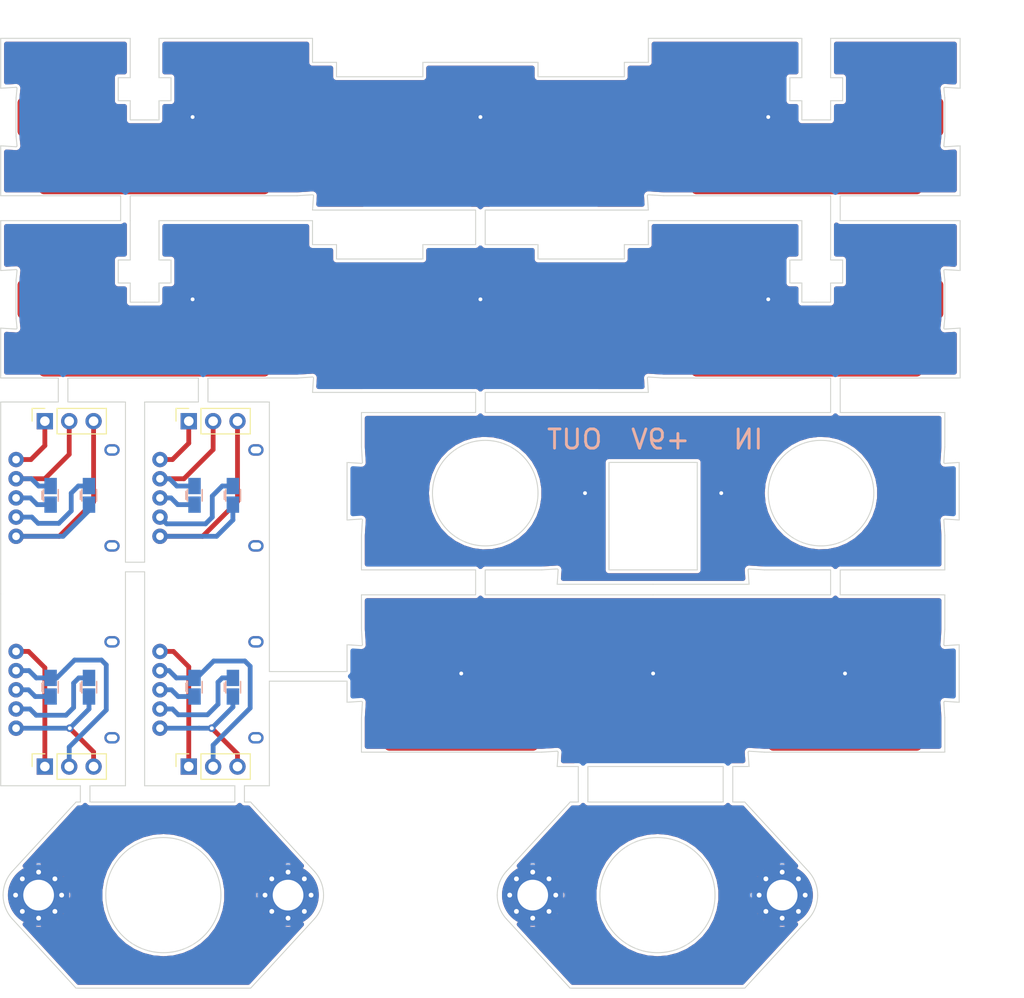
<source format=kicad_pcb>
(kicad_pcb (version 20171130) (host pcbnew "(5.1.6)-1")
  (layers (0 F.Cu signal) (31 B.Cu signal) (34 B.Paste user) (35 F.Paste user) (36 B.SilkS user) (37 F.SilkS user) (38 B.Mask user) (39 F.Mask user) (44 Edge.Cuts user))
  (net 0 "")
  (net 1 GND)
  (module MountingHole:MountingHole_3.2mm_M3_Pad_Via (layer F.Cu) (at 29.95 89.3 270)
    (fp_text reference * hide)
    (fp_text value M hide)
    (pad 1 thru_hole circle (at 1.697056 -1.697056 270) (size 0.8 0.8) (drill 0.5) (layers *.Cu *.Mask) (net 1 GND))
    (pad 1 thru_hole circle (at 0 -2.4 270) (size 0.8 0.8) (drill 0.5) (layers *.Cu *.Mask) (net 1 GND))
    (pad 1 thru_hole circle (at -1.697056 -1.697056 270) (size 0.8 0.8) (drill 0.5) (layers *.Cu *.Mask) (net 1 GND))
    (pad 1 thru_hole circle (at -2.4 0 270) (size 0.8 0.8) (drill 0.5) (layers *.Cu *.Mask) (net 1 GND))
    (pad 1 thru_hole circle (at -1.697056 1.697056 270) (size 0.8 0.8) (drill 0.5) (layers *.Cu *.Mask) (net 1 GND))
    (pad 1 thru_hole circle (at 0 2.4 270) (size 0.8 0.8) (drill 0.5) (layers *.Cu *.Mask) (net 1 GND))
    (pad 1 thru_hole circle (at 1.697056 1.697056 270) (size 0.8 0.8) (drill 0.5) (layers *.Cu *.Mask) (net 1 GND))
    (pad 1 thru_hole circle (at 2.4 0 270) (size 0.8 0.8) (drill 0.5) (layers *.Cu *.Mask) (net 1 GND))
    (pad 1 thru_hole circle (at 0 0 270) (size 6.4 6.4) (drill 3.2) (layers *.Cu *.Mask) (net 1 GND))
  )
  (module MountingHole:MountingHole_3.2mm_M3_Pad_Via (layer F.Cu) (at 3.95 89.3 270)
    (fp_text reference * hide)
    (fp_text value M hide)
    (pad 1 thru_hole circle (at 0 0 270) (size 6.4 6.4) (drill 3.2) (layers *.Cu *.Mask) (net 1 GND))
    (pad 1 thru_hole circle (at 2.4 0 270) (size 0.8 0.8) (drill 0.5) (layers *.Cu *.Mask) (net 1 GND))
    (pad 1 thru_hole circle (at 1.697056 1.697056 270) (size 0.8 0.8) (drill 0.5) (layers *.Cu *.Mask) (net 1 GND))
    (pad 1 thru_hole circle (at 0 2.4 270) (size 0.8 0.8) (drill 0.5) (layers *.Cu *.Mask) (net 1 GND))
    (pad 1 thru_hole circle (at -1.697056 1.697056 270) (size 0.8 0.8) (drill 0.5) (layers *.Cu *.Mask) (net 1 GND))
    (pad 1 thru_hole circle (at -2.4 0 270) (size 0.8 0.8) (drill 0.5) (layers *.Cu *.Mask) (net 1 GND))
    (pad 1 thru_hole circle (at -1.697056 -1.697056 270) (size 0.8 0.8) (drill 0.5) (layers *.Cu *.Mask) (net 1 GND))
    (pad 1 thru_hole circle (at 0 -2.4 270) (size 0.8 0.8) (drill 0.5) (layers *.Cu *.Mask) (net 1 GND))
    (pad 1 thru_hole circle (at 1.697056 -1.697056 270) (size 0.8 0.8) (drill 0.5) (layers *.Cu *.Mask) (net 1 GND))
  )
  (module myFoot:my_Jump-2012M (layer B.Cu) (at 20.2 67.63 270)
    (fp_text reference R hide)
    (fp_text value r hide)
    (pad 2 smd rect (at 0.97 0 270) (size 1.7 1.3) (layers B.Cu B.Paste B.Mask))
    (pad 1 smd rect (at -0.97 0 270) (size 1.7 1.3) (layers B.Cu B.Paste B.Mask))
  )
  (module myFoot:my_Jump-2012M (layer B.Cu) (at 20.2 47.63 270)
    (fp_text reference R hide)
    (fp_text value r hide)
    (pad 1 smd rect (at -0.97 0 270) (size 1.7 1.3) (layers B.Cu B.Paste B.Mask))
    (pad 2 smd rect (at 0.97 0 270) (size 1.7 1.3) (layers B.Cu B.Paste B.Mask))
  )
  (module myFoot:my_Jump-2012M (layer B.Cu) (at 24.2 47.63 270)
    (fp_text reference R hide)
    (fp_text value r hide)
    (pad 2 smd rect (at 0.97 0 270) (size 1.7 1.3) (layers B.Cu B.Paste B.Mask))
    (pad 1 smd rect (at -0.97 0 270) (size 1.7 1.3) (layers B.Cu B.Paste B.Mask))
  )
  (module myFoot:my_Jump-2012M (layer B.Cu) (at 24.2 67.63 270)
    (fp_text reference R hide)
    (fp_text value r hide)
    (pad 1 smd rect (at -0.97 0 270) (size 1.7 1.3) (layers B.Cu B.Paste B.Mask))
    (pad 2 smd rect (at 0.97 0 270) (size 1.7 1.3) (layers B.Cu B.Paste B.Mask))
  )
  (module Connector_PinSocket_2.54mm:PinSocket_1x03_P2.54mm_Vertical (layer F.Cu) (at 19.6 75.9 90)
    (fp_text reference RV3 hide)
    (fp_text value 50kB)
    (pad 1 thru_hole rect (at 0 0 90) (size 1.7 1.7) (drill 1) (layers *.Cu *.Mask))
    (pad 2 thru_hole oval (at 0 2.54 90) (size 1.7 1.7) (drill 1) (layers *.Cu *.Mask))
    (pad 3 thru_hole oval (at 0 5.08 90) (size 1.7 1.7) (drill 1) (layers *.Cu *.Mask))
  )
  (module Connector_PinSocket_2.54mm:PinSocket_1x03_P2.54mm_Vertical (layer F.Cu) (at 19.6 39.9 90)
    (fp_text reference RV1 hide)
    (fp_text value 50kB)
    (pad 1 thru_hole rect (at 0 0 90) (size 1.7 1.7) (drill 1) (layers *.Cu *.Mask))
    (pad 2 thru_hole oval (at 0 2.54 90) (size 1.7 1.7) (drill 1) (layers *.Cu *.Mask))
    (pad 3 thru_hole oval (at 0 5.08 90) (size 1.7 1.7) (drill 1) (layers *.Cu *.Mask))
  )
  (module myFoot:my_Pot_disk_dual (layer F.Cu) (at 24.1 47.9 270)
    (fp_text reference r hide)
    (fp_text value my_Pot_disk_dual)
    (pad 3 thru_hole circle (at 4 7.5 270) (size 1.6 1.6) (drill 0.8) (layers *.Cu *.Mask))
    (pad 2 thru_hole circle (at 2 7.5 270) (size 1.6 1.6) (drill 0.8) (layers *.Cu *.Mask))
    (pad 1 thru_hole circle (at 0 7.5 270) (size 1.6 1.6) (drill 0.8) (layers *.Cu *.Mask))
    (pad 5 thru_hole circle (at -4 7.5 270) (size 1.6 1.6) (drill 0.8) (layers *.Cu *.Mask))
    (pad 4 thru_hole circle (at -2 7.5 270) (size 1.6 1.6) (drill 0.8) (layers *.Cu *.Mask))
    (pad "" thru_hole oval (at 5 -2.5 270) (size 1.2 1.6) (drill oval 0.7 1.1) (layers *.Cu *.Mask))
    (pad "" thru_hole oval (at -5 -2.5 270) (size 1.2 1.6) (drill oval 0.7 1.1) (layers *.Cu *.Mask))
  )
  (module myFoot:my_Pot_disk_dual (layer F.Cu) (at 24.1 67.9 270)
    (fp_text reference r hide)
    (fp_text value my_Pot_disk_dual)
    (pad "" thru_hole oval (at -5 -2.5 270) (size 1.2 1.6) (drill oval 0.7 1.1) (layers *.Cu *.Mask))
    (pad "" thru_hole oval (at 5 -2.5 270) (size 1.2 1.6) (drill oval 0.7 1.1) (layers *.Cu *.Mask))
    (pad 4 thru_hole circle (at -2 7.5 270) (size 1.6 1.6) (drill 0.8) (layers *.Cu *.Mask))
    (pad 5 thru_hole circle (at -4 7.5 270) (size 1.6 1.6) (drill 0.8) (layers *.Cu *.Mask))
    (pad 1 thru_hole circle (at 0 7.5 270) (size 1.6 1.6) (drill 0.8) (layers *.Cu *.Mask))
    (pad 2 thru_hole circle (at 2 7.5 270) (size 1.6 1.6) (drill 0.8) (layers *.Cu *.Mask))
    (pad 3 thru_hole circle (at 4 7.5 270) (size 1.6 1.6) (drill 0.8) (layers *.Cu *.Mask))
  )
  (module myFoot:my_Jump-2012M (layer B.Cu) (at 9.2 67.63 270)
    (fp_text reference R hide)
    (fp_text value r hide)
    (pad 2 smd rect (at 0.97 0 270) (size 1.7 1.3) (layers B.Cu B.Paste B.Mask))
    (pad 1 smd rect (at -0.97 0 270) (size 1.7 1.3) (layers B.Cu B.Paste B.Mask))
  )
  (module myFoot:my_Jump-2012M (layer B.Cu) (at 5.2 67.63 270)
    (fp_text reference R hide)
    (fp_text value r hide)
    (pad 1 smd rect (at -0.97 0 270) (size 1.7 1.3) (layers B.Cu B.Paste B.Mask))
    (pad 2 smd rect (at 0.97 0 270) (size 1.7 1.3) (layers B.Cu B.Paste B.Mask))
  )
  (module myFoot:my_Jump-2012M (layer B.Cu) (at 5.2 47.63 270)
    (fp_text reference R hide)
    (fp_text value r hide)
    (pad 2 smd rect (at 0.97 0 270) (size 1.7 1.3) (layers B.Cu B.Paste B.Mask))
    (pad 1 smd rect (at -0.97 0 270) (size 1.7 1.3) (layers B.Cu B.Paste B.Mask))
  )
  (module myFoot:my_Jump-2012M (layer B.Cu) (at 9.2 47.63 270)
    (fp_text reference R hide)
    (fp_text value r hide)
    (pad 1 smd rect (at -0.97 0 270) (size 1.7 1.3) (layers B.Cu B.Paste B.Mask))
    (pad 2 smd rect (at 0.97 0 270) (size 1.7 1.3) (layers B.Cu B.Paste B.Mask))
  )
  (module myFoot:my_TestPoint_2mm (layer F.Cu) (at 48 72.05 270)
    (fp_text reference * hide)
    (fp_text value t hide)
    (pad 1 smd roundrect (at 1.2 0 270) (size 2 16) (layers F.Cu F.Mask) (net 1 GND))
  )
  (module myFoot:my_TestPoint_2mm (layer F.Cu) (at 68 72.4 270)
    (fp_text reference * hide)
    (fp_text value t hide)
    (pad 1 smd roundrect (at 1.2 0 270) (size 2 16) (layers F.Cu F.Mask) (net 1 GND))
  )
  (module myFoot:my_TestPoint_2mm (layer F.Cu) (at 88 72.05 270)
    (fp_text reference * hide)
    (fp_text value t hide)
    (pad 1 smd roundrect (at 1.2 0 270) (size 2 16) (layers F.Cu F.Mask) (net 1 GND))
  )
  (module myFoot:my_TestPoint_2mm (layer F.Cu) (at 38.4 66.2 270)
    (fp_text reference * hide)
    (fp_text value t hide)
    (pad 1 smd roundrect (at 0 0 270) (size 4 2) (layers F.Cu F.Mask) (net 1 GND))
  )
  (module myFoot:my_TestPoint_2mm (layer F.Cu) (at 97.6 66.2 270)
    (fp_text reference * hide)
    (fp_text value t hide)
    (pad 1 smd roundrect (at 0 0 270) (size 4 2) (layers F.Cu F.Mask) (net 1 GND))
  )
  (module myFoot:my_TestPoint_2mm (layer F.Cu) (at 38.4 47.2 270)
    (fp_text reference * hide)
    (fp_text value t hide)
    (pad 1 smd roundrect (at 0 0 270) (size 4 2) (layers F.Cu F.Mask) (net 1 GND))
  )
  (module myFoot:my_TestPoint_2mm (layer F.Cu) (at 97.6 47.2 270)
    (fp_text reference * hide)
    (fp_text value t hide)
    (pad 1 smd roundrect (at 0 0 270) (size 4 2) (layers F.Cu F.Mask) (net 1 GND))
  )
  (module myFoot:my_TestPoint_2mm (layer F.Cu) (at 2.75 27.2 270)
    (fp_text reference * hide)
    (fp_text value t hide)
    (pad 1 smd roundrect (at 0 0 270) (size 4 2) (layers F.Cu F.Mask) (net 1 GND))
  )
  (module myFoot:my_TestPoint_2mm (layer F.Cu) (at 50 33.4 270)
    (fp_text reference * hide)
    (fp_text value t hide)
    (pad 1 smd roundrect (at 1.2 0 270) (size 2 24) (layers F.Cu F.Mask) (net 1 GND))
  )
  (module myFoot:my_TestPoint_2mm (layer F.Cu) (at 97.25 27.2 270)
    (fp_text reference * hide)
    (fp_text value t hide)
    (pad 1 smd roundrect (at 0 0 270) (size 4 2) (layers F.Cu F.Mask) (net 1 GND))
  )
  (module myFoot:my_TestPoint_2mm (layer F.Cu) (at 84 35.4 270)
    (fp_text reference * hide)
    (fp_text value t hide)
    (pad 1 smd roundrect (at -1.15 0 270) (size 2 24) (layers F.Cu F.Mask) (net 1 GND))
  )
  (module myFoot:my_TestPoint_2mm (layer F.Cu) (at 16 35.4 270)
    (fp_text reference * hide)
    (fp_text value t hide)
    (pad 1 smd roundrect (at -1.15 0 270) (size 2 24) (layers F.Cu F.Mask) (net 1 GND))
  )
  (module myFoot:my_TestPoint_2mm (layer F.Cu) (at 16 16.4 270)
    (fp_text reference * hide)
    (fp_text value t hide)
    (pad 1 smd roundrect (at -1.15 0 270) (size 2 24) (layers F.Cu F.Mask) (net 1 GND))
  )
  (module myFoot:my_TestPoint_2mm (layer F.Cu) (at 84 16.4 270)
    (fp_text reference * hide)
    (fp_text value t hide)
    (pad 1 smd roundrect (at -1.15 0 270) (size 2 24) (layers F.Cu F.Mask) (net 1 GND))
  )
  (module myFoot:my_TestPoint_2mm (layer F.Cu) (at 2.75 8.2 270)
    (fp_text reference * hide)
    (fp_text value t hide)
    (pad 1 smd roundrect (at 0 0 270) (size 4 2) (layers F.Cu F.Mask) (net 1 GND))
  )
  (module myFoot:my_TestPoint_2mm (layer F.Cu) (at 50 14.4 270)
    (fp_text reference * hide)
    (fp_text value t hide)
    (pad 1 smd roundrect (at 1.2 0 270) (size 2 24) (layers F.Cu F.Mask) (net 1 GND))
  )
  (module myFoot:my_TestPoint_2mm (layer F.Cu) (at 97.25 8.2 270)
    (fp_text reference * hide)
    (fp_text value t hide)
    (pad 1 smd roundrect (at 0 0 270) (size 4 2) (layers F.Cu F.Mask) (net 1 GND))
  )
  (module MountingHole:MountingHole_3.2mm_M3_Pad_Via (layer F.Cu) (at 81.45 89.3 270)
    (fp_text reference * hide)
    (fp_text value M hide)
    (pad 1 thru_hole circle (at 0 0 270) (size 6.4 6.4) (drill 3.2) (layers *.Cu *.Mask) (net 1 GND))
    (pad 1 thru_hole circle (at 2.4 0 270) (size 0.8 0.8) (drill 0.5) (layers *.Cu *.Mask) (net 1 GND))
    (pad 1 thru_hole circle (at 1.697056 1.697056 270) (size 0.8 0.8) (drill 0.5) (layers *.Cu *.Mask) (net 1 GND))
    (pad 1 thru_hole circle (at 0 2.4 270) (size 0.8 0.8) (drill 0.5) (layers *.Cu *.Mask) (net 1 GND))
    (pad 1 thru_hole circle (at -1.697056 1.697056 270) (size 0.8 0.8) (drill 0.5) (layers *.Cu *.Mask) (net 1 GND))
    (pad 1 thru_hole circle (at -2.4 0 270) (size 0.8 0.8) (drill 0.5) (layers *.Cu *.Mask) (net 1 GND))
    (pad 1 thru_hole circle (at -1.697056 -1.697056 270) (size 0.8 0.8) (drill 0.5) (layers *.Cu *.Mask) (net 1 GND))
    (pad 1 thru_hole circle (at 0 -2.4 270) (size 0.8 0.8) (drill 0.5) (layers *.Cu *.Mask) (net 1 GND))
    (pad 1 thru_hole circle (at 1.697056 -1.697056 270) (size 0.8 0.8) (drill 0.5) (layers *.Cu *.Mask) (net 1 GND))
  )
  (module MountingHole:MountingHole_3.2mm_M3_Pad_Via (layer F.Cu) (at 55.45 89.3 270)
    (fp_text reference * hide)
    (fp_text value M hide)
    (pad 1 thru_hole circle (at 1.697056 -1.697056 270) (size 0.8 0.8) (drill 0.5) (layers *.Cu *.Mask) (net 1 GND))
    (pad 1 thru_hole circle (at 0 -2.4 270) (size 0.8 0.8) (drill 0.5) (layers *.Cu *.Mask) (net 1 GND))
    (pad 1 thru_hole circle (at -1.697056 -1.697056 270) (size 0.8 0.8) (drill 0.5) (layers *.Cu *.Mask) (net 1 GND))
    (pad 1 thru_hole circle (at -2.4 0 270) (size 0.8 0.8) (drill 0.5) (layers *.Cu *.Mask) (net 1 GND))
    (pad 1 thru_hole circle (at -1.697056 1.697056 270) (size 0.8 0.8) (drill 0.5) (layers *.Cu *.Mask) (net 1 GND))
    (pad 1 thru_hole circle (at 0 2.4 270) (size 0.8 0.8) (drill 0.5) (layers *.Cu *.Mask) (net 1 GND))
    (pad 1 thru_hole circle (at 1.697056 1.697056 270) (size 0.8 0.8) (drill 0.5) (layers *.Cu *.Mask) (net 1 GND))
    (pad 1 thru_hole circle (at 2.4 0 270) (size 0.8 0.8) (drill 0.5) (layers *.Cu *.Mask) (net 1 GND))
    (pad 1 thru_hole circle (at 0 0 270) (size 6.4 6.4) (drill 3.2) (layers *.Cu *.Mask) (net 1 GND))
  )
  (module myFoot:my_Pot_disk_dual (layer F.Cu) (at 9.1 67.9 270)
    (fp_text reference r hide)
    (fp_text value my_Pot_disk_dual)
    (pad 3 thru_hole circle (at 4 7.5 270) (size 1.6 1.6) (drill 0.8) (layers *.Cu *.Mask))
    (pad 2 thru_hole circle (at 2 7.5 270) (size 1.6 1.6) (drill 0.8) (layers *.Cu *.Mask))
    (pad 1 thru_hole circle (at 0 7.5 270) (size 1.6 1.6) (drill 0.8) (layers *.Cu *.Mask))
    (pad 5 thru_hole circle (at -4 7.5 270) (size 1.6 1.6) (drill 0.8) (layers *.Cu *.Mask))
    (pad 4 thru_hole circle (at -2 7.5 270) (size 1.6 1.6) (drill 0.8) (layers *.Cu *.Mask))
    (pad "" thru_hole oval (at 5 -2.5 270) (size 1.2 1.6) (drill oval 0.7 1.1) (layers *.Cu *.Mask))
    (pad "" thru_hole oval (at -5 -2.5 270) (size 1.2 1.6) (drill oval 0.7 1.1) (layers *.Cu *.Mask))
  )
  (module myFoot:my_Pot_disk_dual (layer F.Cu) (at 9.1 47.9 270)
    (fp_text reference r hide)
    (fp_text value my_Pot_disk_dual)
    (pad "" thru_hole oval (at -5 -2.5 270) (size 1.2 1.6) (drill oval 0.7 1.1) (layers *.Cu *.Mask))
    (pad "" thru_hole oval (at 5 -2.5 270) (size 1.2 1.6) (drill oval 0.7 1.1) (layers *.Cu *.Mask))
    (pad 4 thru_hole circle (at -2 7.5 270) (size 1.6 1.6) (drill 0.8) (layers *.Cu *.Mask))
    (pad 5 thru_hole circle (at -4 7.5 270) (size 1.6 1.6) (drill 0.8) (layers *.Cu *.Mask))
    (pad 1 thru_hole circle (at 0 7.5 270) (size 1.6 1.6) (drill 0.8) (layers *.Cu *.Mask))
    (pad 2 thru_hole circle (at 2 7.5 270) (size 1.6 1.6) (drill 0.8) (layers *.Cu *.Mask))
    (pad 3 thru_hole circle (at 4 7.5 270) (size 1.6 1.6) (drill 0.8) (layers *.Cu *.Mask))
  )
  (module Connector_PinSocket_2.54mm:PinSocket_1x03_P2.54mm_Vertical (layer F.Cu) (at 4.6 39.9 90)
    (fp_text reference RV1 hide)
    (fp_text value 50kB)
    (pad 3 thru_hole oval (at 0 5.08 90) (size 1.7 1.7) (drill 1) (layers *.Cu *.Mask))
    (pad 2 thru_hole oval (at 0 2.54 90) (size 1.7 1.7) (drill 1) (layers *.Cu *.Mask))
    (pad 1 thru_hole rect (at 0 0 90) (size 1.7 1.7) (drill 1) (layers *.Cu *.Mask))
  )
  (module Connector_PinSocket_2.54mm:PinSocket_1x03_P2.54mm_Vertical (layer F.Cu) (at 4.6 75.9 90)
    (fp_text reference RV3 hide)
    (fp_text value 50kB)
    (pad 3 thru_hole oval (at 0 5.08 90) (size 1.7 1.7) (drill 1) (layers *.Cu *.Mask))
    (pad 2 thru_hole oval (at 0 2.54 90) (size 1.7 1.7) (drill 1) (layers *.Cu *.Mask))
    (pad 1 thru_hole rect (at 0 0 90) (size 1.7 1.7) (drill 1) (layers *.Cu *.Mask))
  )
  (gr_line (start 56 21.5) (end 50.5 21.5) (layer Edge.Cuts) (width 0.1))
  (gr_line (start 56 23) (end 56 21.5) (layer Edge.Cuts) (width 0.1))
  (gr_line (start 65 23) (end 56 23) (layer Edge.Cuts) (width 0.1))
  (gr_line (start 65 21.5) (end 65 23) (layer Edge.Cuts) (width 0.1))
  (gr_line (start 44 21.5) (end 49.5 21.5) (layer Edge.Cuts) (width 0.1))
  (gr_line (start 44 23) (end 44 21.5) (layer Edge.Cuts) (width 0.1))
  (gr_line (start 35 23) (end 44 23) (layer Edge.Cuts) (width 0.1))
  (gr_line (start 35 21.5) (end 35 23) (layer Edge.Cuts) (width 0.1))
  (gr_line (start 56 2.5) (end 44 2.5) (layer Edge.Cuts) (width 0.1))
  (gr_line (start 56 4) (end 56 2.5) (layer Edge.Cuts) (width 0.1))
  (gr_line (start 65 4) (end 56 4) (layer Edge.Cuts) (width 0.1))
  (gr_line (start 65 2.5) (end 65 4) (layer Edge.Cuts) (width 0.1))
  (gr_line (start 67.5 2.5) (end 65 2.5) (layer Edge.Cuts) (width 0.1))
  (gr_line (start 44 4) (end 44 2.5) (layer Edge.Cuts) (width 0.1))
  (gr_line (start 35 4) (end 44 4) (layer Edge.Cuts) (width 0.1))
  (gr_line (start 35 2.5) (end 35 4) (layer Edge.Cuts) (width 0.1))
  (gr_line (start 17.75 25.5) (end 16.5 25.5) (layer Edge.Cuts) (width 0.1))
  (gr_line (start 13.5 25.5) (end 12.25 25.5) (layer Edge.Cuts) (width 0.1))
  (gr_line (start 16.5 23.1) (end 17.75 23.1) (layer Edge.Cuts) (width 0.1))
  (gr_line (start 17.75 23.1) (end 17.75 25.5) (layer Edge.Cuts) (width 0.1))
  (gr_line (start 12.25 25.5) (end 12.25 23.1) (layer Edge.Cuts) (width 0.1))
  (gr_line (start 12.25 23.1) (end 13.5 23.1) (layer Edge.Cuts) (width 0.1))
  (gr_line (start 13.5 6.5) (end 12.25 6.5) (layer Edge.Cuts) (width 0.1))
  (gr_line (start 16.5 4.1) (end 17.75 4.1) (layer Edge.Cuts) (width 0.1))
  (gr_line (start 17.75 6.5) (end 16.5 6.5) (layer Edge.Cuts) (width 0.1))
  (gr_line (start 12.25 6.5) (end 12.25 4.1) (layer Edge.Cuts) (width 0.1))
  (gr_line (start 12.25 4.1) (end 13.5 4.1) (layer Edge.Cuts) (width 0.1))
  (gr_line (start 17.75 4.1) (end 17.75 6.5) (layer Edge.Cuts) (width 0.1))
  (gr_line (start 83.5 6.5) (end 82.25 6.5) (layer Edge.Cuts) (width 0.1))
  (gr_line (start 86.5 4.1) (end 87.75 4.1) (layer Edge.Cuts) (width 0.1))
  (gr_line (start 82.25 6.5) (end 82.25 4.1) (layer Edge.Cuts) (width 0.1))
  (gr_line (start 87.75 6.5) (end 86.5 6.5) (layer Edge.Cuts) (width 0.1))
  (gr_line (start 82.25 4.1) (end 83.5 4.1) (layer Edge.Cuts) (width 0.1))
  (gr_line (start 87.75 4.1) (end 87.75 6.5) (layer Edge.Cuts) (width 0.1))
  (gr_line (start 86.5 39) (end 50.5 39) (layer Edge.Cuts) (width 0.1))
  (gr_line (start 50.5 36.9) (end 67.5 36.9) (layer Edge.Cuts) (width 0.1))
  (gr_line (start 86.5 35.4) (end 69.1 35.4) (layer Edge.Cuts) (width 0.1))
  (gr_line (start 98.4 58) (end 87.5 58) (layer Edge.Cuts) (width 0.1))
  (gr_line (start 87.5 55.4) (end 98.4 55.4) (layer Edge.Cuts) (width 0.1))
  (gr_line (start 50.5 58) (end 68 58) (layer Edge.Cuts) (width 0.1))
  (gr_line (start 56.4 55.4) (end 50.5 55.4) (layer Edge.Cuts) (width 0.1))
  (gr_line (start 75.3 75.9) (end 61.2 75.9) (layer Edge.Cuts) (width 0.1))
  (gr_line (start 36.1 67) (end 36.1 69.2) (layer Edge.Cuts) (width 0.1))
  (gr_line (start 9.3 77.9) (end 13 77.9) (layer Edge.Cuts) (width 0.1))
  (gr_line (start 28 77.9) (end 25.4 77.9) (layer Edge.Cuts) (width 0.1))
  (gr_line (start 7 37.9) (end 13 37.9) (layer Edge.Cuts) (width 0.1))
  (gr_line (start 21.6 37.9) (end 28 37.9) (layer Edge.Cuts) (width 0.1))
  (gr_line (start 28 66) (end 36.1 66) (layer Edge.Cuts) (width 0.1))
  (gr_line (start 28 67) (end 28 77.9) (layer Edge.Cuts) (width 0.1))
  (gr_line (start 36.1 67) (end 28 67) (layer Edge.Cuts) (width 0.1))
  (gr_line (start 15 55.6) (end 13 55.6) (layer Edge.Cuts) (width 0.1))
  (gr_line (start 13 77.9) (end 13 55.6) (layer Edge.Cuts) (width 0.1))
  (gr_line (start 13 54.6) (end 15 54.6) (layer Edge.Cuts) (width 0.1))
  (gr_line (start 21.6 35.4) (end 21.6 37.9) (layer Edge.Cuts) (width 0.1))
  (gr_line (start 30.9 35.4) (end 21.6 35.4) (layer Edge.Cuts) (width 0.1))
  (gr_line (start 20.6 37.9) (end 20.6 35.4) (layer Edge.Cuts) (width 0.1))
  (gr_line (start 7 35.4) (end 7 37.9) (layer Edge.Cuts) (width 0.1))
  (gr_line (start 20.6 35.4) (end 7 35.4) (layer Edge.Cuts) (width 0.1))
  (gr_line (start 6 37.9) (end 6 35.4) (layer Edge.Cuts) (width 0.1))
  (gr_line (start 24.4 79.6) (end 24.4 77.9) (layer Edge.Cuts) (width 0.1))
  (gr_line (start 25.4 79.6) (end 26.05 79.6) (layer Edge.Cuts) (width 0.1))
  (gr_line (start 25.4 77.9) (end 25.4 79.6) (layer Edge.Cuts) (width 0.1))
  (gr_line (start 9.3 79.6) (end 9.3 77.9) (layer Edge.Cuts) (width 0.1))
  (gr_line (start 24.4 79.6) (end 9.3 79.6) (layer Edge.Cuts) (width 0.1))
  (gr_line (start 8.3 77.9) (end 8.3 79.6) (layer Edge.Cuts) (width 0.1))
  (gr_line (start 75.3 79.6) (end 75.3 75.9) (layer Edge.Cuts) (width 0.1))
  (gr_line (start 76.3 79.6) (end 77.55 79.6) (layer Edge.Cuts) (width 0.1))
  (gr_line (start 76.3 75.9) (end 76.3 79.6) (layer Edge.Cuts) (width 0.1))
  (gr_line (start 61.2 79.6) (end 61.2 75.9) (layer Edge.Cuts) (width 0.1))
  (gr_line (start 75.3 79.6) (end 61.2 79.6) (layer Edge.Cuts) (width 0.1))
  (gr_line (start 60.2 75.9) (end 60.2 79.6) (layer Edge.Cuts) (width 0.1))
  (gr_line (start 49.5 55.4) (end 49.5 58) (layer Edge.Cuts) (width 0.1))
  (gr_line (start 50.5 55.4) (end 50.5 58) (layer Edge.Cuts) (width 0.1))
  (gr_line (start 86.5 55.4) (end 86.5 58) (layer Edge.Cuts) (width 0.1))
  (gr_line (start 87.5 55.4) (end 87.5 58) (layer Edge.Cuts) (width 0.1))
  (gr_line (start 87.5 35.4) (end 87.5 39) (layer Edge.Cuts) (width 0.1))
  (gr_line (start 86.5 35.4) (end 86.5 39) (layer Edge.Cuts) (width 0.1))
  (gr_line (start 50.5 36.9) (end 50.5 39) (layer Edge.Cuts) (width 0.1))
  (gr_line (start 49.5 36.9) (end 49.5 39) (layer Edge.Cuts) (width 0.1))
  (gr_line (start 50.5 21.5) (end 50.5 17.9) (layer Edge.Cuts) (width 0.1))
  (gr_line (start 67.5 21.5) (end 65 21.5) (layer Edge.Cuts) (width 0.1))
  (gr_line (start 49.5 17.9) (end 49.5 21.5) (layer Edge.Cuts) (width 0.1))
  (gr_line (start 50.5 17.9) (end 67.5 17.9) (layer Edge.Cuts) (width 0.1))
  (gr_line (start 87.5 16.4) (end 87.5 19) (layer Edge.Cuts) (width 0.1))
  (gr_line (start 100 16.4) (end 87.5 16.4) (layer Edge.Cuts) (width 0.1))
  (gr_line (start 86.5 19) (end 86.5 16.4) (layer Edge.Cuts) (width 0.1))
  (gr_line (start 12.5 16.4) (end 0 16.4) (layer Edge.Cuts) (width 0.1))
  (gr_line (start 12.5 16.4) (end 12.5 19) (layer Edge.Cuts) (width 0.1))
  (gr_line (start 13.5 19) (end 13.5 16.4) (layer Edge.Cuts) (width 0.1))
  (gr_circle (center 16.95 89.3) (end 17.05 83.3) (layer Edge.Cuts) (width 0.1))
  (gr_arc (start 3.949998 89.3) (end 1.19003 86.835743) (angle -41.76029929) (layer Edge.Cuts) (width 0.1))
  (gr_line (start 1.19003 86.835743) (end 7.85 79.6) (layer Edge.Cuts) (width 0.1))
  (gr_arc (start 29.95 89.3) (end 33.65 89.3) (angle -41.7602997) (layer Edge.Cuts) (width 0.1))
  (gr_line (start 7.85 79.6) (end 8.3 79.6) (layer Edge.Cuts) (width 0.1))
  (gr_line (start 32.70997 91.764257) (end 26.05 99) (layer Edge.Cuts) (width 0.1))
  (gr_line (start 32.709969 86.835742) (end 26.05 79.6) (layer Edge.Cuts) (width 0.1))
  (gr_arc (start 29.950002 89.3) (end 32.70997 91.764257) (angle -41.76029929) (layer Edge.Cuts) (width 0.1))
  (gr_arc (start 3.95 89.3) (end 0.25 89.3) (angle -41.7602997) (layer Edge.Cuts) (width 0.1))
  (gr_line (start 1.190031 91.764258) (end 7.85 99) (layer Edge.Cuts) (width 0.1))
  (gr_line (start 7.85 99) (end 26.05 99) (layer Edge.Cuts) (width 0.1))
  (gr_line (start 15 37.9) (end 20.6 37.9) (layer Edge.Cuts) (width 0.1))
  (gr_line (start 24.4 77.9) (end 15 77.9) (layer Edge.Cuts) (width 0.1))
  (gr_line (start 15 54.6) (end 15 37.9) (layer Edge.Cuts) (width 0.1))
  (gr_line (start 28 37.9) (end 28 66) (layer Edge.Cuts) (width 0.1))
  (gr_line (start 15 77.9) (end 15 55.6) (layer Edge.Cuts) (width 0.1))
  (gr_line (start 0 77.9) (end 0 57.9) (layer Edge.Cuts) (width 0.1))
  (gr_line (start 8.3 77.9) (end 0 77.9) (layer Edge.Cuts) (width 0.1))
  (gr_line (start 13 37.9) (end 13 54.6) (layer Edge.Cuts) (width 0.1))
  (gr_line (start 0 37.9) (end 6 37.9) (layer Edge.Cuts) (width 0.1))
  (gr_line (start 0 57.9) (end 0 37.9) (layer Edge.Cuts) (width 0.1))
  (gr_line (start 78 74.3) (end 79.6 74.4) (layer Edge.Cuts) (width 0.1))
  (gr_line (start 60.2 75.9) (end 58 75.9) (layer Edge.Cuts) (width 0.1))
  (gr_arc (start 58 74.4) (end 58.1 74.4) (angle -90) (layer Edge.Cuts) (width 0.1))
  (gr_line (start 36.1 66) (end 36.1 63.2) (layer Edge.Cuts) (width 0.1))
  (gr_line (start 58 75.9) (end 58.1 74.4) (layer Edge.Cuts) (width 0.1))
  (gr_arc (start 78 74.4) (end 78 74.3) (angle -90) (layer Edge.Cuts) (width 0.1))
  (gr_line (start 76.3 75.9) (end 78 75.9) (layer Edge.Cuts) (width 0.1))
  (gr_line (start 58 74.3) (end 56.4 74.4) (layer Edge.Cuts) (width 0.1))
  (gr_line (start 37.6 74.4) (end 37.6 70.8) (layer Edge.Cuts) (width 0.1))
  (gr_line (start 77.9 74.4) (end 78 75.9) (layer Edge.Cuts) (width 0.1))
  (gr_line (start 37.7 69.2) (end 37.6 70.8) (layer Edge.Cuts) (width 0.1))
  (gr_line (start 99.9 63.2) (end 99.9 69.2) (layer Edge.Cuts) (width 0.1))
  (gr_line (start 37.6 61.6) (end 37.6 58) (layer Edge.Cuts) (width 0.1))
  (gr_line (start 98.4 58) (end 98.4 61.6) (layer Edge.Cuts) (width 0.1))
  (gr_line (start 37.7 63.2) (end 37.6 61.6) (layer Edge.Cuts) (width 0.1))
  (gr_line (start 98.3 63.2) (end 98.4 61.6) (layer Edge.Cuts) (width 0.1))
  (gr_line (start 37.6 69.1) (end 36.1 69.2) (layer Edge.Cuts) (width 0.1))
  (gr_arc (start 98.4 63.2) (end 98.3 63.2) (angle -90) (layer Edge.Cuts) (width 0.1))
  (gr_line (start 98.4 70.8) (end 98.4 74.4) (layer Edge.Cuts) (width 0.1))
  (gr_line (start 36.1 63.2) (end 37.6 63.3) (layer Edge.Cuts) (width 0.1))
  (gr_line (start 98.3 69.2) (end 98.4 70.8) (layer Edge.Cuts) (width 0.1))
  (gr_line (start 98.4 63.3) (end 99.9 63.2) (layer Edge.Cuts) (width 0.1))
  (gr_arc (start 98.4 69.2) (end 98.4 69.1) (angle -90) (layer Edge.Cuts) (width 0.1))
  (gr_arc (start 37.6 63.2) (end 37.6 63.3) (angle -90) (layer Edge.Cuts) (width 0.1))
  (gr_line (start 99.9 69.2) (end 98.4 69.1) (layer Edge.Cuts) (width 0.1))
  (gr_line (start 37.6 74.4) (end 56.4 74.4) (layer Edge.Cuts) (width 0.1))
  (gr_line (start 68 58) (end 86.5 58) (layer Edge.Cuts) (width 0.1))
  (gr_line (start 98.4 74.4) (end 79.6 74.4) (layer Edge.Cuts) (width 0.1))
  (gr_line (start 49.5 58) (end 37.6 58) (layer Edge.Cuts) (width 0.1))
  (gr_arc (start 37.6 69.2) (end 37.7 69.2) (angle -90) (layer Edge.Cuts) (width 0.1))
  (gr_line (start 77.9 55.4) (end 78 56.9) (layer Edge.Cuts) (width 0.1))
  (gr_line (start 78 55.3) (end 79.6 55.4) (layer Edge.Cuts) (width 0.1))
  (gr_arc (start 78 55.4) (end 78 55.3) (angle -90) (layer Edge.Cuts) (width 0.1))
  (gr_line (start 72.6 55.4) (end 63.4 55.4) (layer Edge.Cuts) (width 0.1))
  (gr_line (start 58 55.3) (end 56.4 55.4) (layer Edge.Cuts) (width 0.1))
  (gr_arc (start 58 55.4) (end 58.1 55.4) (angle -90) (layer Edge.Cuts) (width 0.1))
  (gr_line (start 58 56.9) (end 58.1 55.4) (layer Edge.Cuts) (width 0.1))
  (gr_line (start 68 56.9) (end 58 56.9) (layer Edge.Cuts) (width 0.1))
  (gr_line (start 68 56.9) (end 78 56.9) (layer Edge.Cuts) (width 0.1))
  (gr_line (start 36.1 50.2) (end 36.1 44.2) (layer Edge.Cuts) (width 0.1))
  (gr_line (start 37.6 55.4) (end 37.6 51.8) (layer Edge.Cuts) (width 0.1))
  (gr_line (start 37.7 50.2) (end 37.6 51.8) (layer Edge.Cuts) (width 0.1))
  (gr_arc (start 37.6 50.2) (end 37.7 50.2) (angle -90) (layer Edge.Cuts) (width 0.1))
  (gr_line (start 37.6 42.6) (end 37.6 39) (layer Edge.Cuts) (width 0.1))
  (gr_line (start 37.7 44.2) (end 37.6 42.6) (layer Edge.Cuts) (width 0.1))
  (gr_line (start 37.6 50.1) (end 36.1 50.2) (layer Edge.Cuts) (width 0.1))
  (gr_arc (start 37.6 44.2) (end 37.6 44.3) (angle -90) (layer Edge.Cuts) (width 0.1))
  (gr_line (start 36.1 44.2) (end 37.6 44.3) (layer Edge.Cuts) (width 0.1))
  (gr_line (start 98.3 50.2) (end 98.4 51.8) (layer Edge.Cuts) (width 0.1))
  (gr_arc (start 98.4 50.2) (end 98.4 50.1) (angle -90) (layer Edge.Cuts) (width 0.1))
  (gr_line (start 98.3 44.2) (end 98.4 42.6) (layer Edge.Cuts) (width 0.1))
  (gr_arc (start 98.4 44.2) (end 98.3 44.2) (angle -90) (layer Edge.Cuts) (width 0.1))
  (gr_line (start 98.4 51.8) (end 98.4 55.4) (layer Edge.Cuts) (width 0.1))
  (gr_line (start 99.9 50.2) (end 98.4 50.1) (layer Edge.Cuts) (width 0.1))
  (gr_line (start 99.9 44.2) (end 99.9 50.2) (layer Edge.Cuts) (width 0.1))
  (gr_line (start 98.4 44.3) (end 99.9 44.2) (layer Edge.Cuts) (width 0.1))
  (gr_line (start 98.4 39) (end 98.4 42.6) (layer Edge.Cuts) (width 0.1))
  (gr_line (start 35 21.5) (end 32.5 21.5) (layer Edge.Cuts) (width 0.1))
  (gr_line (start 100 30.2) (end 100 35.4) (layer Edge.Cuts) (width 0.1))
  (gr_line (start 98.4 30.3) (end 100 30.2) (layer Edge.Cuts) (width 0.1))
  (gr_line (start 67.5 19) (end 67.5 21.5) (layer Edge.Cuts) (width 0.1))
  (gr_line (start 98.4 25.2) (end 98.4 29.2) (layer Edge.Cuts) (width 0.1))
  (gr_line (start 0 30.2) (end 0 35.4) (layer Edge.Cuts) (width 0.1))
  (gr_line (start 0 24.2) (end 1.6 24.1) (layer Edge.Cuts) (width 0.1))
  (gr_line (start 1.6 30.3) (end 0 30.2) (layer Edge.Cuts) (width 0.1))
  (gr_line (start 1.6 25.2) (end 1.6 29.2) (layer Edge.Cuts) (width 0.1))
  (gr_line (start 100 19) (end 87.5 19) (layer Edge.Cuts) (width 0.1))
  (gr_line (start 100 19) (end 100 24.2) (layer Edge.Cuts) (width 0.1))
  (gr_line (start 0 19) (end 0 24.2) (layer Edge.Cuts) (width 0.1))
  (gr_line (start 12.5 19) (end 0 19) (layer Edge.Cuts) (width 0.1))
  (gr_line (start 67.4 35.4) (end 67.5 36.9) (layer Edge.Cuts) (width 0.1))
  (gr_line (start 100 35.4) (end 87.5 35.4) (layer Edge.Cuts) (width 0.1))
  (gr_line (start 83.5 23.1) (end 83.5 19) (layer Edge.Cuts) (width 0.1))
  (gr_line (start 82.25 25.5) (end 82.25 23.1) (layer Edge.Cuts) (width 0.1))
  (gr_line (start 87.75 23.1) (end 87.75 25.5) (layer Edge.Cuts) (width 0.1))
  (gr_line (start 13.5 23.1) (end 13.5 19) (layer Edge.Cuts) (width 0.1))
  (gr_line (start 16.5 25.5) (end 16.5 27.5) (layer Edge.Cuts) (width 0.1))
  (gr_line (start 13.5 25.5) (end 13.5 27.5) (layer Edge.Cuts) (width 0.1))
  (gr_line (start 82.25 23.1) (end 83.5 23.1) (layer Edge.Cuts) (width 0.1))
  (gr_line (start 86.5 23.1) (end 86.5 19) (layer Edge.Cuts) (width 0.1))
  (gr_line (start 85 27.5) (end 86.5 27.5) (layer Edge.Cuts) (width 0.1))
  (gr_line (start 85 27.5) (end 83.5 27.5) (layer Edge.Cuts) (width 0.1))
  (gr_line (start 15 27.5) (end 16.5 27.5) (layer Edge.Cuts) (width 0.1))
  (gr_line (start 83.5 25.5) (end 83.5 27.5) (layer Edge.Cuts) (width 0.1))
  (gr_line (start 16.5 23.1) (end 16.5 19) (layer Edge.Cuts) (width 0.1))
  (gr_line (start 15 27.5) (end 13.5 27.5) (layer Edge.Cuts) (width 0.1))
  (gr_line (start 87.75 25.5) (end 86.5 25.5) (layer Edge.Cuts) (width 0.1))
  (gr_arc (start 67.5 35.4) (end 67.5 35.3) (angle -90) (layer Edge.Cuts) (width 0.1))
  (gr_line (start 98.3 24.2) (end 98.4 25.2) (layer Edge.Cuts) (width 0.1))
  (gr_line (start 98.3 30.2) (end 98.4 29.2) (layer Edge.Cuts) (width 0.1))
  (gr_line (start 1.7 24.2) (end 1.6 25.2) (layer Edge.Cuts) (width 0.1))
  (gr_arc (start 1.6 30.2) (end 1.6 30.3) (angle -90) (layer Edge.Cuts) (width 0.1))
  (gr_line (start 67.5 35.3) (end 69.1 35.4) (layer Edge.Cuts) (width 0.1))
  (gr_line (start 32.5 35.3) (end 30.9 35.4) (layer Edge.Cuts) (width 0.1))
  (gr_line (start 32.6 35.4) (end 32.5 36.9) (layer Edge.Cuts) (width 0.1))
  (gr_line (start 98.4 24.1) (end 100 24.2) (layer Edge.Cuts) (width 0.1))
  (gr_line (start 32.5 21.5) (end 32.5 19) (layer Edge.Cuts) (width 0.1))
  (gr_arc (start 98.4 30.2) (end 98.3 30.2) (angle -90) (layer Edge.Cuts) (width 0.1))
  (gr_line (start 32.5 36.9) (end 49.5 36.9) (layer Edge.Cuts) (width 0.1))
  (gr_arc (start 98.4 24.2) (end 98.4 24.1) (angle -90) (layer Edge.Cuts) (width 0.1))
  (gr_line (start 1.7 30.2) (end 1.6 29.2) (layer Edge.Cuts) (width 0.1))
  (gr_line (start 6 35.4) (end 0 35.4) (layer Edge.Cuts) (width 0.1))
  (gr_arc (start 32.5 35.4) (end 32.6 35.4) (angle -90) (layer Edge.Cuts) (width 0.1))
  (gr_arc (start 1.6 24.2) (end 1.7 24.2) (angle -90) (layer Edge.Cuts) (width 0.1))
  (gr_line (start 83.5 19) (end 67.5 19) (layer Edge.Cuts) (width 0.1))
  (gr_line (start 32.5 19) (end 16.5 19) (layer Edge.Cuts) (width 0.1))
  (gr_line (start 86.5 23.1) (end 87.75 23.1) (layer Edge.Cuts) (width 0.1))
  (gr_line (start 86.5 25.5) (end 86.5 27.5) (layer Edge.Cuts) (width 0.1))
  (gr_line (start 83.5 25.5) (end 82.25 25.5) (layer Edge.Cuts) (width 0.1))
  (gr_line (start 32.5 0) (end 16.5 0) (layer Edge.Cuts) (width 0.1))
  (gr_line (start 83.5 0) (end 67.5 0) (layer Edge.Cuts) (width 0.1))
  (gr_line (start 86.5 6.5) (end 86.5 8.5) (layer Edge.Cuts) (width 0.1))
  (gr_line (start 83.5 6.5) (end 83.5 8.5) (layer Edge.Cuts) (width 0.1))
  (gr_line (start 85 8.5) (end 83.5 8.5) (layer Edge.Cuts) (width 0.1))
  (gr_line (start 86.5 4.1) (end 86.5 0) (layer Edge.Cuts) (width 0.1))
  (gr_line (start 83.5 4.1) (end 83.5 0) (layer Edge.Cuts) (width 0.1))
  (gr_line (start 85 8.5) (end 86.5 8.5) (layer Edge.Cuts) (width 0.1))
  (gr_line (start 13.5 6.5) (end 13.5 8.5) (layer Edge.Cuts) (width 0.1))
  (gr_line (start 16.5 6.5) (end 16.5 8.5) (layer Edge.Cuts) (width 0.1))
  (gr_line (start 13.5 4.1) (end 13.5 0) (layer Edge.Cuts) (width 0.1))
  (gr_line (start 15 8.5) (end 13.5 8.5) (layer Edge.Cuts) (width 0.1))
  (gr_line (start 16.5 4.1) (end 16.5 0) (layer Edge.Cuts) (width 0.1))
  (gr_line (start 15 8.5) (end 16.5 8.5) (layer Edge.Cuts) (width 0.1))
  (gr_line (start 98.3 5.2) (end 98.4 6.2) (layer Edge.Cuts) (width 0.1))
  (gr_line (start 98.4 5.1) (end 100 5.2) (layer Edge.Cuts) (width 0.1))
  (gr_arc (start 98.4 5.2) (end 98.4 5.1) (angle -90) (layer Edge.Cuts) (width 0.1))
  (gr_line (start 98.3 11.2) (end 98.4 10.2) (layer Edge.Cuts) (width 0.1))
  (gr_arc (start 98.4 11.2) (end 98.3 11.2) (angle -90) (layer Edge.Cuts) (width 0.1))
  (gr_line (start 67.5 16.3) (end 69.1 16.4) (layer Edge.Cuts) (width 0.1))
  (gr_arc (start 67.5 16.4) (end 67.5 16.3) (angle -90) (layer Edge.Cuts) (width 0.1))
  (gr_line (start 30.9 16.4) (end 13.5 16.4) (layer Edge.Cuts) (width 0.1))
  (gr_line (start 32.6 16.4) (end 32.5 17.9) (layer Edge.Cuts) (width 0.1))
  (gr_line (start 32.5 16.3) (end 30.9 16.4) (layer Edge.Cuts) (width 0.1))
  (gr_arc (start 32.5 16.4) (end 32.6 16.4) (angle -90) (layer Edge.Cuts) (width 0.1))
  (gr_line (start 1.7 11.2) (end 1.6 10.2) (layer Edge.Cuts) (width 0.1))
  (gr_arc (start 1.6 11.2) (end 1.6 11.3) (angle -90) (layer Edge.Cuts) (width 0.1))
  (gr_line (start 1.7 5.2) (end 1.6 6.2) (layer Edge.Cuts) (width 0.1))
  (gr_arc (start 1.6 5.2) (end 1.7 5.2) (angle -90) (layer Edge.Cuts) (width 0.1))
  (gr_line (start 59.35 99) (end 77.55 99) (layer Edge.Cuts) (width 0.1))
  (gr_line (start 32.5 17.9) (end 49.5 17.9) (layer Edge.Cuts) (width 0.1))
  (gr_line (start 32.5 2.5) (end 32.5 0) (layer Edge.Cuts) (width 0.1))
  (gr_line (start 35 2.5) (end 32.5 2.5) (layer Edge.Cuts) (width 0.1))
  (gr_line (start 67.5 0) (end 67.5 2.5) (layer Edge.Cuts) (width 0.1))
  (gr_line (start 0 11.2) (end 0 16.4) (layer Edge.Cuts) (width 0.1))
  (gr_line (start 1.6 11.3) (end 0 11.2) (layer Edge.Cuts) (width 0.1))
  (gr_line (start 1.6 6.2) (end 1.6 10.2) (layer Edge.Cuts) (width 0.1))
  (gr_line (start 0 5.2) (end 1.6 5.1) (layer Edge.Cuts) (width 0.1))
  (gr_line (start 100 11.2) (end 100 16.4) (layer Edge.Cuts) (width 0.1))
  (gr_line (start 98.4 11.3) (end 100 11.2) (layer Edge.Cuts) (width 0.1))
  (gr_line (start 98.4 6.2) (end 98.4 10.2) (layer Edge.Cuts) (width 0.1))
  (gr_text "IN   +9V  OUT" (at 68.2 41.8) (layer B.SilkS) (effects (font (size 2 2) (thickness 0.3)) (justify mirror)))
  (gr_line (start 59.35 79.6) (end 60.2 79.6) (layer Edge.Cuts) (width 0.1))
  (gr_line (start 52.69003 86.835743) (end 59.35 79.6) (layer Edge.Cuts) (width 0.1))
  (gr_arc (start 55.449998 89.3) (end 52.69003 86.835743) (angle -41.76029929) (layer Edge.Cuts) (width 0.1))
  (gr_line (start 52.690031 91.764258) (end 59.35 99) (layer Edge.Cuts) (width 0.1))
  (gr_arc (start 55.45 89.3) (end 51.75 89.3) (angle -41.7602997) (layer Edge.Cuts) (width 0.1))
  (gr_line (start 84.20997 91.764257) (end 77.55 99) (layer Edge.Cuts) (width 0.1))
  (gr_arc (start 81.450002 89.3) (end 84.20997 91.764257) (angle -41.76029929) (layer Edge.Cuts) (width 0.1))
  (gr_line (start 84.209969 86.835742) (end 77.55 79.6) (layer Edge.Cuts) (width 0.1))
  (gr_arc (start 81.45 89.3) (end 85.15 89.3) (angle -41.7602997) (layer Edge.Cuts) (width 0.1))
  (gr_circle (center 68.45 89.3) (end 68.55 83.3) (layer Edge.Cuts) (width 0.1))
  (gr_circle (center 50.5 47.4) (end 50.5 41.9) (layer Edge.Cuts) (width 0.1))
  (gr_circle (center 85.5 47.4) (end 85.5 41.9) (layer Edge.Cuts) (width 0.1))
  (gr_line (start 63.4 44.2) (end 63.4 55.4) (layer Edge.Cuts) (width 0.1))
  (gr_line (start 72.6 44.2) (end 63.4 44.2) (layer Edge.Cuts) (width 0.1))
  (gr_line (start 72.6 55.4) (end 72.6 44.2) (layer Edge.Cuts) (width 0.1))
  (gr_line (start 86.5 55.4) (end 79.6 55.4) (layer Edge.Cuts) (width 0.1))
  (gr_line (start 87.5 39) (end 98.4 39) (layer Edge.Cuts) (width 0.1))
  (gr_line (start 49.5 39) (end 37.6 39) (layer Edge.Cuts) (width 0.1))
  (gr_line (start 37.6 55.4) (end 49.5 55.4) (layer Edge.Cuts) (width 0.1))
  (gr_line (start 67.4 16.4) (end 67.5 17.9) (layer Edge.Cuts) (width 0.1))
  (gr_line (start 13.5 0) (end 0 0) (layer Edge.Cuts) (width 0.1))
  (gr_line (start 86.5 16.4) (end 69.1 16.4) (layer Edge.Cuts) (width 0.1))
  (gr_line (start 0 0) (end 0 5.2) (layer Edge.Cuts) (width 0.1))
  (gr_line (start 100 0) (end 86.5 0) (layer Edge.Cuts) (width 0.1))
  (gr_line (start 100 0) (end 100 5.2) (layer Edge.Cuts) (width 0.1))
  (segment (start 1.6 43.9) (end 3.15 43.9) (width 0.5) (layer F.Cu) (net 0))
  (segment (start 4.6 42.45) (end 4.6 39.9) (width 0.5) (layer F.Cu) (net 0))
  (segment (start 3.15 43.9) (end 4.6 42.45) (width 0.5) (layer F.Cu) (net 0))
  (segment (start 9.68 39.9) (end 9.68 48.32) (width 0.5) (layer F.Cu) (net 0))
  (segment (start 6.1 51.9) (end 1.6 51.9) (width 0.5) (layer F.Cu) (net 0))
  (segment (start 9.68 48.32) (end 6.1 51.9) (width 0.5) (layer F.Cu) (net 0))
  (segment (start 16.6 43.9) (end 17.9 43.9) (width 0.5) (layer F.Cu) (net 0))
  (segment (start 19.6 42.2) (end 19.6 39.9) (width 0.5) (layer F.Cu) (net 0))
  (segment (start 17.9 43.9) (end 19.6 42.2) (width 0.5) (layer F.Cu) (net 0))
  (segment (start 24.68 39.9) (end 24.68 48.27) (width 0.5) (layer F.Cu) (net 0))
  (segment (start 21.05 51.9) (end 16.6 51.9) (width 0.5) (layer F.Cu) (net 0))
  (segment (start 24.68 48.27) (end 21.05 51.9) (width 0.5) (layer F.Cu) (net 0))
  (segment (start 1.6 47.9) (end 3.1 47.9) (width 0.5) (layer B.Cu) (net 0))
  (segment (start 3.8 48.6) (end 5.2 48.6) (width 0.5) (layer B.Cu) (net 0))
  (segment (start 3.1 47.9) (end 3.8 48.6) (width 0.5) (layer B.Cu) (net 0))
  (segment (start 1.6 49.9) (end 3.25 49.9) (width 0.5) (layer B.Cu) (net 0))
  (segment (start 3.25 49.9) (end 3.9 50.55) (width 0.5) (layer B.Cu) (net 0))
  (segment (start 3.9 50.55) (end 6.05 50.55) (width 0.5) (layer B.Cu) (net 0))
  (segment (start 6.05 50.55) (end 7.35 49.25) (width 0.5) (layer B.Cu) (net 0))
  (segment (start 7.35 49.25) (end 7.35 47.4) (width 0.5) (layer B.Cu) (net 0))
  (segment (start 8.09 46.66) (end 9.2 46.66) (width 0.5) (layer B.Cu) (net 0))
  (segment (start 7.35 47.4) (end 8.09 46.66) (width 0.5) (layer B.Cu) (net 0))
  (segment (start 9.2 48.6) (end 9.2 49.2) (width 0.5) (layer B.Cu) (net 0))
  (segment (start 6.5 51.9) (end 1.6 51.9) (width 0.5) (layer B.Cu) (net 0))
  (segment (start 9.2 49.2) (end 6.5 51.9) (width 0.5) (layer B.Cu) (net 0))
  (segment (start 16.6 51.9) (end 22.5 51.9) (width 0.5) (layer B.Cu) (net 0))
  (segment (start 24.2 50.2) (end 24.2 48.6) (width 0.5) (layer B.Cu) (net 0))
  (segment (start 22.5 51.9) (end 24.2 50.2) (width 0.5) (layer B.Cu) (net 0))
  (segment (start 24.2 46.66) (end 23.09 46.66) (width 0.5) (layer B.Cu) (net 0))
  (segment (start 23.09 46.66) (end 22.05 47.7) (width 0.5) (layer B.Cu) (net 0))
  (segment (start 22.05 47.7) (end 22.05 49.9) (width 0.5) (layer B.Cu) (net 0))
  (segment (start 22.05 49.9) (end 21.35 50.6) (width 0.5) (layer B.Cu) (net 0))
  (segment (start 17.3 50.6) (end 16.6 49.9) (width 0.5) (layer B.Cu) (net 0))
  (segment (start 21.35 50.6) (end 17.3 50.6) (width 0.5) (layer B.Cu) (net 0))
  (segment (start 16.6 45.9) (end 17.6 45.9) (width 0.5) (layer B.Cu) (net 0))
  (segment (start 18.36 46.66) (end 20.2 46.66) (width 0.5) (layer B.Cu) (net 0))
  (segment (start 17.6 45.9) (end 18.36 46.66) (width 0.5) (layer B.Cu) (net 0))
  (segment (start 16.6 47.9) (end 17.75 47.9) (width 0.5) (layer B.Cu) (net 0))
  (segment (start 18.45 48.6) (end 20.2 48.6) (width 0.5) (layer B.Cu) (net 0))
  (segment (start 17.75 47.9) (end 18.45 48.6) (width 0.5) (layer B.Cu) (net 0))
  (segment (start 1.6 45.9) (end 3.2 45.9) (width 0.5) (layer B.Cu) (net 0))
  (segment (start 3.96 46.66) (end 5.2 46.66) (width 0.5) (layer B.Cu) (net 0))
  (segment (start 3.2 45.9) (end 3.96 46.66) (width 0.5) (layer B.Cu) (net 0))
  (segment (start 16.6 63.9) (end 18 63.9) (width 0.5) (layer F.Cu) (net 0))
  (segment (start 19.6 65.5) (end 19.6 75.9) (width 0.5) (layer F.Cu) (net 0))
  (segment (start 18 63.9) (end 19.6 65.5) (width 0.5) (layer F.Cu) (net 0))
  (segment (start 16.6 71.9) (end 20.68 71.9) (width 0.5) (layer B.Cu) (net 0))
  (segment (start 16.6 65.9) (end 17.55 65.9) (width 0.5) (layer B.Cu) (net 0))
  (segment (start 18.31 66.66) (end 20.2 66.66) (width 0.5) (layer B.Cu) (net 0))
  (segment (start 17.55 65.9) (end 18.31 66.66) (width 0.5) (layer B.Cu) (net 0))
  (segment (start 16.6 67.9) (end 17.8 67.9) (width 0.5) (layer B.Cu) (net 0))
  (segment (start 18.5 68.6) (end 20.2 68.6) (width 0.5) (layer B.Cu) (net 0))
  (segment (start 17.8 67.9) (end 18.5 68.6) (width 0.5) (layer B.Cu) (net 0))
  (segment (start 24.2 68.6) (end 24.2 69.7) (width 0.5) (layer B.Cu) (net 0))
  (segment (start 22 71.9) (end 20.68 71.9) (width 0.5) (layer B.Cu) (net 0))
  (segment (start 24.2 69.7) (end 22 71.9) (width 0.5) (layer B.Cu) (net 0))
  (segment (start 21.65 65.45) (end 22.2 64.9) (width 0.5) (layer B.Cu) (net 0))
  (segment (start 22.2 64.9) (end 25.45 64.9) (width 0.5) (layer B.Cu) (net 0))
  (segment (start 25.45 64.9) (end 26 65.45) (width 0.5) (layer B.Cu) (net 0))
  (segment (start 26 65.45) (end 26 69.8) (width 0.5) (layer B.Cu) (net 0))
  (segment (start 22.14 73.66) (end 22.14 75.9) (width 0.5) (layer B.Cu) (net 0))
  (segment (start 26 69.8) (end 22.14 73.66) (width 0.5) (layer B.Cu) (net 0))
  (segment (start 16.6 69.9) (end 17.9 69.9) (width 0.5) (layer B.Cu) (net 0))
  (segment (start 17.9 69.9) (end 18.5 70.5) (width 0.5) (layer B.Cu) (net 0))
  (segment (start 18.5 70.5) (end 21.55 70.5) (width 0.5) (layer B.Cu) (net 0))
  (segment (start 21.55 70.5) (end 22.65 69.4) (width 0.5) (layer B.Cu) (net 0))
  (segment (start 22.65 69.4) (end 22.65 67.1) (width 0.5) (layer B.Cu) (net 0))
  (segment (start 23.09 66.66) (end 24.2 66.66) (width 0.5) (layer B.Cu) (net 0))
  (segment (start 22.65 67.1) (end 23.09 66.66) (width 0.5) (layer B.Cu) (net 0))
  (segment (start 24.68 75.9) (end 24.68 74.58) (width 0.5) (layer F.Cu) (net 0))
  (via (at 22 71.9) (size 0.8) (drill 0.4) (layers F.Cu B.Cu) (net 0))
  (segment (start 24.68 74.58) (end 22 71.9) (width 0.5) (layer F.Cu) (net 0))
  (segment (start 1.6 63.9) (end 2.9 63.9) (width 0.5) (layer F.Cu) (net 0))
  (segment (start 4.6 65.6) (end 4.6 75.9) (width 0.5) (layer F.Cu) (net 0))
  (segment (start 2.9 63.9) (end 4.6 65.6) (width 0.5) (layer F.Cu) (net 0))
  (segment (start 1.6 65.9) (end 2.95 65.9) (width 0.5) (layer B.Cu) (net 0))
  (segment (start 3.71 66.66) (end 5.2 66.66) (width 0.5) (layer B.Cu) (net 0))
  (segment (start 2.95 65.9) (end 3.71 66.66) (width 0.5) (layer B.Cu) (net 0))
  (segment (start 1.6 67.9) (end 2.9 67.9) (width 0.5) (layer B.Cu) (net 0))
  (segment (start 3.6 68.6) (end 5.2 68.6) (width 0.5) (layer B.Cu) (net 0))
  (segment (start 2.9 67.9) (end 3.6 68.6) (width 0.5) (layer B.Cu) (net 0))
  (segment (start 1.6 69.9) (end 3.05 69.9) (width 0.5) (layer B.Cu) (net 0))
  (segment (start 3.05 69.9) (end 3.7 70.55) (width 0.5) (layer B.Cu) (net 0))
  (segment (start 3.7 70.55) (end 6.8 70.55) (width 0.5) (layer B.Cu) (net 0))
  (segment (start 6.8 70.55) (end 7.6 69.75) (width 0.5) (layer B.Cu) (net 0))
  (segment (start 7.6 69.75) (end 7.6 67.2) (width 0.5) (layer B.Cu) (net 0))
  (segment (start 8.14 66.66) (end 9.2 66.66) (width 0.5) (layer B.Cu) (net 0))
  (segment (start 7.6 67.2) (end 8.14 66.66) (width 0.5) (layer B.Cu) (net 0))
  (segment (start 6.7 65.8) (end 7.7 64.8) (width 0.5) (layer B.Cu) (net 0))
  (segment (start 7.7 64.8) (end 10.5 64.8) (width 0.5) (layer B.Cu) (net 0))
  (segment (start 10.5 64.8) (end 11 65.3) (width 0.5) (layer B.Cu) (net 0))
  (segment (start 11 65.3) (end 11 70) (width 0.5) (layer B.Cu) (net 0))
  (segment (start 7.14 73.86) (end 7.14 75.9) (width 0.5) (layer B.Cu) (net 0))
  (segment (start 11 70) (end 7.14 73.86) (width 0.5) (layer B.Cu) (net 0))
  (segment (start 1.6 71.9) (end 7.2 71.9) (width 0.5) (layer B.Cu) (net 0))
  (segment (start 9.2 69.9) (end 9.2 68.6) (width 0.5) (layer B.Cu) (net 0))
  (segment (start 7.2 71.9) (end 9.2 69.9) (width 0.5) (layer B.Cu) (net 0))
  (via (at 7.2 71.9) (size 0.8) (drill 0.4) (layers F.Cu B.Cu) (net 0))
  (segment (start 9.68 75.9) (end 9.68 74.38) (width 0.5) (layer F.Cu) (net 0))
  (segment (start 9.68 74.38) (end 7.2 71.9) (width 0.5) (layer F.Cu) (net 0))
  (segment (start 7.14 39.9) (end 7.14 43.36) (width 0.5) (layer F.Cu) (net 0))
  (segment (start 4.6 45.9) (end 1.6 45.9) (width 0.5) (layer F.Cu) (net 0))
  (segment (start 7.14 43.36) (end 4.6 45.9) (width 0.5) (layer F.Cu) (net 0))
  (segment (start 22.14 39.9) (end 22.14 42.86) (width 0.5) (layer F.Cu) (net 0))
  (segment (start 19.1 45.9) (end 16.6 45.9) (width 0.5) (layer F.Cu) (net 0))
  (segment (start 22.14 42.86) (end 19.1 45.9) (width 0.5) (layer F.Cu) (net 0))
  (segment (start 5.84 66.66) (end 6.7 65.8) (width 0.5) (layer B.Cu) (net 0))
  (segment (start 5.2 66.66) (end 5.84 66.66) (width 0.5) (layer B.Cu) (net 0))
  (segment (start 20.44 66.66) (end 21.65 65.45) (width 0.5) (layer B.Cu) (net 0))
  (segment (start 20.2 66.66) (end 20.44 66.66) (width 0.5) (layer B.Cu) (net 0))
  (via (at 75.1 47.4) (size 0.8) (drill 0.4) (layers F.Cu B.Cu) (net 1))
  (via (at 68 66.2) (size 0.8) (drill 0.4) (layers F.Cu B.Cu) (net 1))
  (via (at 48 66.2) (size 0.8) (drill 0.4) (layers F.Cu B.Cu) (net 1))
  (via (at 88 66.2) (size 0.8) (drill 0.4) (layers F.Cu B.Cu) (net 1))
  (via (at 50 8.2) (size 0.8) (drill 0.4) (layers F.Cu B.Cu) (net 1))
  (via (at 20 8.2) (size 0.8) (drill 0.4) (layers F.Cu B.Cu) (net 1))
  (via (at 80 8.2) (size 0.8) (drill 0.4) (layers F.Cu B.Cu) (net 1))
  (via (at 50 27.2) (size 0.8) (drill 0.4) (layers F.Cu B.Cu) (net 1))
  (via (at 80 27.2) (size 0.8) (drill 0.4) (layers F.Cu B.Cu) (net 1))
  (via (at 20 27.2) (size 0.8) (drill 0.4) (layers F.Cu B.Cu) (net 1))
  (via (at 60.9 47.4) (size 0.8) (drill 0.4) (layers F.Cu B.Cu) (net 1))
  (zone (net 1) (net_name GND) (layer F.Cu) (connect_pads (clearance 0.3)) (min_thickness 0.5) (fill yes (arc_segments 32) (thermal_gap 0.5) (thermal_bridge_width 2))
    (polygon (pts (xy 0 100.018024) (xy 0 0.018024) (xy 100 0.018024) (xy 100 100.018024)))
  )
  (zone (net 1) (net_name GND) (layer B.Cu) (connect_pads (clearance 0.3)) (min_thickness 0.5) (fill yes (arc_segments 32) (thermal_gap 0.5) (thermal_bridge_width 2))
    (polygon (pts (xy 0 100) (xy 0 0) (xy 100 0) (xy 100 100)))
  )
)
</source>
